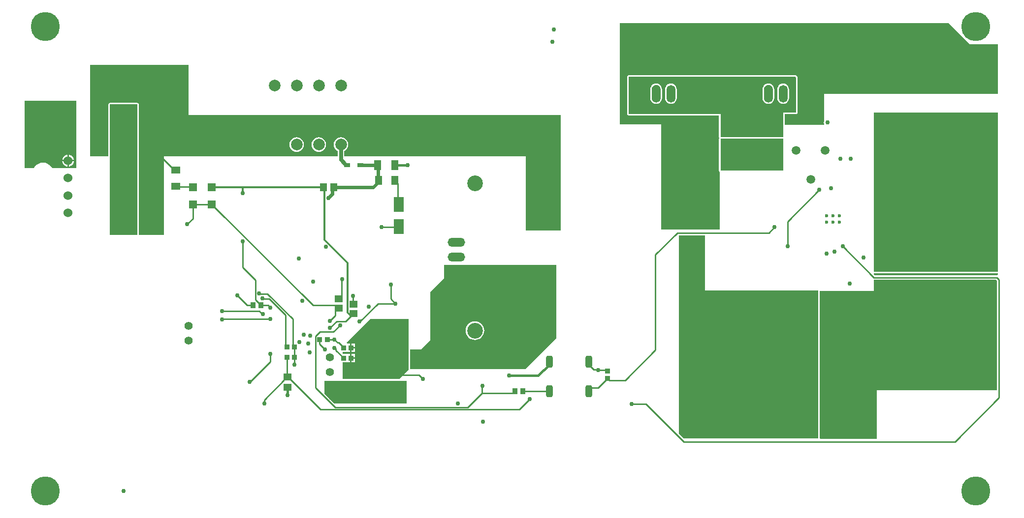
<source format=gbl>
G04*
G04 #@! TF.GenerationSoftware,Altium Limited,Altium Designer,19.0.15 (446)*
G04*
G04 Layer_Physical_Order=4*
G04 Layer_Color=16711680*
%FSLAX25Y25*%
%MOIN*%
G70*
G01*
G75*
%ADD12C,0.01000*%
%ADD13C,0.02362*%
%ADD64C,0.00787*%
%ADD70C,0.04724*%
%ADD76R,0.05512X0.05118*%
%ADD77R,0.04724X0.06496*%
%ADD83R,0.03347X0.03740*%
%ADD87R,0.24410X0.14764*%
%ADD91R,0.03740X0.03347*%
%ADD92R,0.03543X0.03937*%
%ADD98R,0.04528X0.05315*%
%ADD108R,0.03937X0.02559*%
%ADD109C,0.01575*%
%ADD114C,0.01200*%
%ADD115C,0.05906*%
%ADD116C,0.07874*%
%ADD117C,0.10630*%
%ADD118O,0.11811X0.05906*%
%ADD119C,0.06000*%
%ADD120C,0.05512*%
%ADD121O,0.05906X0.07874*%
%ADD122O,0.05906X0.11811*%
%ADD123C,0.09843*%
%ADD124C,0.02362*%
%ADD125C,0.03000*%
%ADD126C,0.19685*%
%ADD127R,0.06496X0.04724*%
%ADD128R,0.05315X0.04528*%
%ADD129R,0.06299X0.13780*%
G04:AMPARAMS|DCode=130|XSize=45mil|YSize=80mil|CornerRadius=11.25mil|HoleSize=0mil|Usage=FLASHONLY|Rotation=0.000|XOffset=0mil|YOffset=0mil|HoleType=Round|Shape=RoundedRectangle|*
%AMROUNDEDRECTD130*
21,1,0.04500,0.05750,0,0,0.0*
21,1,0.02250,0.08000,0,0,0.0*
1,1,0.02250,0.01125,-0.02875*
1,1,0.02250,-0.01125,-0.02875*
1,1,0.02250,-0.01125,0.02875*
1,1,0.02250,0.01125,0.02875*
%
%ADD130ROUNDEDRECTD130*%
%ADD131R,0.10236X0.08858*%
%ADD132R,0.05709X0.05315*%
%ADD133R,0.05118X0.07087*%
%ADD134R,0.06890X0.10039*%
%ADD135C,0.02500*%
G36*
X631192Y337008D02*
X645400Y322800D01*
X664567Y322800D01*
X664567Y288976D01*
X546850Y288976D01*
X546850Y270624D01*
X546664Y269685D01*
X546850Y268746D01*
Y268110D01*
X520232D01*
Y275358D01*
X527953D01*
X528343Y275436D01*
X528674Y275657D01*
X528895Y275988D01*
X528972Y276378D01*
Y300022D01*
X528953Y300120D01*
Y300221D01*
X528914Y300313D01*
X528895Y300412D01*
X528839Y300495D01*
X528800Y300588D01*
X528521Y301007D01*
X528491Y301079D01*
X528471Y301178D01*
X528415Y301261D01*
X528377Y301354D01*
X528306Y301425D01*
X528250Y301508D01*
X528167Y301564D01*
X528096Y301635D01*
X528003Y301674D01*
X527919Y301729D01*
X527821Y301749D01*
X527728Y301787D01*
X527628D01*
X527529Y301807D01*
X414567D01*
X414177Y301729D01*
X413846Y301508D01*
X413625Y301178D01*
X413547Y300787D01*
Y275590D01*
X413625Y275200D01*
X413846Y274870D01*
X414177Y274649D01*
X414567Y274571D01*
X475752D01*
Y259842D01*
X475830Y259452D01*
X475910Y259333D01*
X475830Y259213D01*
X475752Y258823D01*
Y237008D01*
X475830Y236618D01*
X476051Y236287D01*
X476378Y236068D01*
Y197072D01*
X466314Y197072D01*
X436614Y197072D01*
Y268504D01*
X408661Y268504D01*
Y337008D01*
X631192Y337008D01*
D02*
G37*
G36*
X527567Y300600D02*
X527953Y300022D01*
Y276378D01*
X519213D01*
Y259842D01*
X476772D01*
Y275590D01*
X414567D01*
Y300787D01*
X527529D01*
X527567Y300600D01*
D02*
G37*
G36*
X40551Y238937D02*
X24170D01*
X23966Y239319D01*
X23078Y240401D01*
X21996Y241288D01*
X20763Y241948D01*
X19424Y242354D01*
X18032Y242491D01*
X16639Y242354D01*
X15300Y241948D01*
X14067Y241288D01*
X12985Y240401D01*
X12098Y239319D01*
X11893Y238937D01*
X5433D01*
Y284370D01*
X40551D01*
Y238937D01*
D02*
G37*
G36*
X519213Y237008D02*
X476772D01*
Y258823D01*
X519213D01*
Y237008D01*
D02*
G37*
G36*
X116535Y274700D02*
X368504Y274700D01*
Y196457D01*
X344882D01*
Y246850D01*
X222058D01*
Y250331D01*
X222254Y250412D01*
X223285Y251203D01*
X224076Y252235D01*
X224574Y253436D01*
X224743Y254724D01*
X224574Y256013D01*
X224076Y257214D01*
X223285Y258245D01*
X222254Y259037D01*
X221053Y259534D01*
X219764Y259704D01*
X218475Y259534D01*
X217274Y259037D01*
X216243Y258245D01*
X215451Y257214D01*
X214954Y256013D01*
X214784Y254724D01*
X214954Y253436D01*
X215451Y252235D01*
X216243Y251203D01*
X217274Y250412D01*
X217470Y250331D01*
Y246850D01*
X100000D01*
Y193465D01*
X83039D01*
X82909Y193622D01*
Y246850D01*
Y282008D01*
X82832Y282398D01*
X82611Y282729D01*
X82280Y282950D01*
X81890Y283028D01*
X63386D01*
X62996Y282950D01*
X62665Y282729D01*
X62444Y282398D01*
X62366Y282008D01*
Y246850D01*
X50000D01*
Y308661D01*
X116535D01*
Y274700D01*
D02*
G37*
G36*
X81890Y193622D02*
X63386D01*
Y282008D01*
X81890D01*
Y193622D01*
D02*
G37*
G36*
X664534Y168342D02*
X580725D01*
X580676Y168383D01*
X580676Y276338D01*
X664534Y276338D01*
X664534Y168342D01*
D02*
G37*
G36*
X664567Y166511D02*
X663967Y166059D01*
X663779Y166096D01*
X581342D01*
X580716Y166723D01*
X580725Y167323D01*
X664567D01*
Y166511D01*
D02*
G37*
G36*
X365748Y123622D02*
X344488Y102362D01*
X266669D01*
Y115748D01*
X274016D01*
X280315Y122047D01*
Y154921D01*
X289567Y164173D01*
Y173228D01*
X365748D01*
X365748Y123622D01*
D02*
G37*
G36*
X265650Y101972D02*
X259347Y95669D01*
X220866Y95669D01*
Y106989D01*
X226075D01*
Y109859D01*
Y112729D01*
X220946D01*
X220866Y112810D01*
Y114093D01*
X226075D01*
Y116963D01*
Y119833D01*
X223766D01*
X223537Y120387D01*
X239764Y136614D01*
X265650D01*
Y101972D01*
D02*
G37*
G36*
X264173Y79176D02*
X215373D01*
X208661Y85887D01*
Y94488D01*
X264173D01*
Y79176D01*
D02*
G37*
G36*
X466142Y155905D02*
X542913Y155905D01*
X542913Y55512D01*
X451769Y55512D01*
X448425Y58856D01*
Y193307D01*
X466142D01*
X466142Y155905D01*
D02*
G37*
G36*
X663825Y162359D02*
Y88189D01*
X582677D01*
Y55189D01*
X544399Y55189D01*
X543933Y55789D01*
X543933Y155599D01*
X580709D01*
Y163038D01*
X663146D01*
X663825Y162359D01*
D02*
G37*
%LPC*%
G36*
X519213Y296209D02*
X518181Y296074D01*
X517219Y295675D01*
X516394Y295042D01*
X515760Y294216D01*
X515362Y293254D01*
X515226Y292222D01*
Y286317D01*
X515362Y285285D01*
X515760Y284324D01*
X516394Y283498D01*
X517219Y282864D01*
X518181Y282466D01*
X519213Y282330D01*
X520245Y282466D01*
X521206Y282864D01*
X522032Y283498D01*
X522665Y284324D01*
X523064Y285285D01*
X523200Y286317D01*
Y292222D01*
X523064Y293254D01*
X522665Y294216D01*
X522032Y295042D01*
X521206Y295675D01*
X520245Y296074D01*
X519213Y296209D01*
D02*
G37*
G36*
X509213D02*
X508181Y296074D01*
X507219Y295675D01*
X506393Y295042D01*
X505760Y294216D01*
X505362Y293254D01*
X505226Y292222D01*
Y286317D01*
X505362Y285285D01*
X505760Y284324D01*
X506393Y283498D01*
X507219Y282864D01*
X508181Y282466D01*
X509213Y282330D01*
X510245Y282466D01*
X511206Y282864D01*
X512032Y283498D01*
X512665Y284324D01*
X513064Y285285D01*
X513200Y286317D01*
Y292222D01*
X513064Y293254D01*
X512665Y294216D01*
X512032Y295042D01*
X511206Y295675D01*
X510245Y296074D01*
X509213Y296209D01*
D02*
G37*
G36*
X443213D02*
X442181Y296074D01*
X441219Y295675D01*
X440393Y295042D01*
X439760Y294216D01*
X439362Y293254D01*
X439226Y292222D01*
Y286317D01*
X439362Y285285D01*
X439760Y284324D01*
X440393Y283498D01*
X441219Y282864D01*
X442181Y282466D01*
X443213Y282330D01*
X444244Y282466D01*
X445206Y282864D01*
X446032Y283498D01*
X446665Y284324D01*
X447064Y285285D01*
X447199Y286317D01*
Y292222D01*
X447064Y293254D01*
X446665Y294216D01*
X446032Y295042D01*
X445206Y295675D01*
X444244Y296074D01*
X443213Y296209D01*
D02*
G37*
G36*
X433213D02*
X432181Y296074D01*
X431219Y295675D01*
X430394Y295042D01*
X429760Y294216D01*
X429362Y293254D01*
X429226Y292222D01*
Y286317D01*
X429362Y285285D01*
X429760Y284324D01*
X430394Y283498D01*
X431219Y282864D01*
X432181Y282466D01*
X433213Y282330D01*
X434244Y282466D01*
X435206Y282864D01*
X436032Y283498D01*
X436665Y284324D01*
X437064Y285285D01*
X437199Y286317D01*
Y292222D01*
X437064Y293254D01*
X436665Y294216D01*
X436032Y295042D01*
X435206Y295675D01*
X434244Y296074D01*
X433213Y296209D01*
D02*
G37*
%LPD*%
G36*
X509978Y295080D02*
X510692Y294785D01*
X511305Y294315D01*
X511775Y293702D01*
X512070Y292988D01*
X512180Y292156D01*
Y286384D01*
X512070Y285551D01*
X511775Y284838D01*
X511305Y284225D01*
X510692Y283755D01*
X509978Y283459D01*
X509213Y283359D01*
X508447Y283459D01*
X507733Y283755D01*
X507121Y284225D01*
X506650Y284838D01*
X506355Y285551D01*
X506245Y286384D01*
Y292156D01*
X506355Y292988D01*
X506650Y293702D01*
X507121Y294315D01*
X507733Y294785D01*
X508447Y295080D01*
X509213Y295181D01*
X509978Y295080D01*
D02*
G37*
G36*
X433978D02*
X434692Y294785D01*
X435305Y294315D01*
X435775Y293702D01*
X436070Y292988D01*
X436180Y292156D01*
Y286384D01*
X436070Y285551D01*
X435775Y284838D01*
X435305Y284225D01*
X434692Y283755D01*
X433978Y283459D01*
X433213Y283359D01*
X432447Y283459D01*
X431733Y283755D01*
X431121Y284225D01*
X430651Y284838D01*
X430355Y285551D01*
X430245Y286384D01*
Y292156D01*
X430355Y292988D01*
X430651Y293702D01*
X431121Y294315D01*
X431733Y294785D01*
X432447Y295080D01*
X433213Y295181D01*
X433978Y295080D01*
D02*
G37*
%LPC*%
G36*
X35539Y247788D02*
Y244319D01*
X39008D01*
X38936Y244863D01*
X38533Y245836D01*
X37892Y246672D01*
X37057Y247313D01*
X36084Y247716D01*
X35539Y247788D01*
D02*
G37*
G36*
X34539D02*
X33995Y247716D01*
X33022Y247313D01*
X32186Y246672D01*
X31545Y245836D01*
X31142Y244863D01*
X31071Y244319D01*
X34539D01*
Y247788D01*
D02*
G37*
G36*
X39008Y243319D02*
X35539D01*
Y239850D01*
X36084Y239922D01*
X37057Y240325D01*
X37892Y240966D01*
X38533Y241802D01*
X38936Y242775D01*
X39008Y243319D01*
D02*
G37*
G36*
X34539D02*
X31071D01*
X31142Y242775D01*
X31545Y241802D01*
X32186Y240966D01*
X33022Y240325D01*
X33995Y239922D01*
X34539Y239850D01*
Y243319D01*
D02*
G37*
G36*
X204764Y259704D02*
X203475Y259534D01*
X202274Y259037D01*
X201243Y258245D01*
X200451Y257214D01*
X199954Y256013D01*
X199784Y254724D01*
X199954Y253436D01*
X200451Y252235D01*
X201243Y251203D01*
X202274Y250412D01*
X203475Y249915D01*
X204764Y249745D01*
X206053Y249915D01*
X207254Y250412D01*
X208285Y251203D01*
X209076Y252235D01*
X209574Y253436D01*
X209743Y254724D01*
X209574Y256013D01*
X209076Y257214D01*
X208285Y258245D01*
X207254Y259037D01*
X206053Y259534D01*
X204764Y259704D01*
D02*
G37*
G36*
X189764D02*
X188475Y259534D01*
X187274Y259037D01*
X186243Y258245D01*
X185451Y257214D01*
X184954Y256013D01*
X184784Y254724D01*
X184954Y253436D01*
X185451Y252235D01*
X186243Y251203D01*
X187274Y250412D01*
X188475Y249915D01*
X189764Y249745D01*
X191053Y249915D01*
X192254Y250412D01*
X193285Y251203D01*
X194076Y252235D01*
X194574Y253436D01*
X194743Y254724D01*
X194574Y256013D01*
X194076Y257214D01*
X193285Y258245D01*
X192254Y259037D01*
X191053Y259534D01*
X189764Y259704D01*
D02*
G37*
G36*
X310434Y134927D02*
X309196Y134806D01*
X308005Y134444D01*
X306908Y133858D01*
X305947Y133069D01*
X305158Y132107D01*
X304571Y131010D01*
X304210Y129820D01*
X304088Y128582D01*
X304210Y127344D01*
X304571Y126154D01*
X305158Y125057D01*
X305947Y124095D01*
X306908Y123306D01*
X308005Y122719D01*
X309196Y122358D01*
X310434Y122236D01*
X311672Y122358D01*
X312862Y122719D01*
X313959Y123306D01*
X314921Y124095D01*
X315710Y125057D01*
X316296Y126154D01*
X316657Y127344D01*
X316779Y128582D01*
X316657Y129820D01*
X316296Y131010D01*
X315710Y132107D01*
X314921Y133069D01*
X313959Y133858D01*
X312862Y134444D01*
X311672Y134806D01*
X310434Y134927D01*
D02*
G37*
G36*
X229248Y119833D02*
X227075D01*
Y117463D01*
X229248D01*
Y119833D01*
D02*
G37*
G36*
Y116463D02*
X227075D01*
Y114093D01*
X229248D01*
Y116463D01*
D02*
G37*
G36*
Y112729D02*
X227075D01*
Y110359D01*
X229248D01*
Y112729D01*
D02*
G37*
G36*
Y109359D02*
X227075D01*
Y106989D01*
X229248D01*
Y109359D01*
D02*
G37*
%LPD*%
D12*
X96973Y247496D02*
X106910Y237559D01*
X94158Y247496D02*
X96973D01*
X92520Y249134D02*
X94158Y247496D01*
X106910Y237559D02*
X107795D01*
X340445Y74976D02*
X347638Y82169D01*
X206028Y74976D02*
X340445D01*
X183858Y97146D02*
X206028Y74976D01*
X447634Y194882D02*
X509449D01*
X432729Y179977D02*
X447634Y194882D01*
X432729Y115506D02*
Y179977D01*
X509449Y194882D02*
X513386Y198819D01*
X412152Y94929D02*
X432729Y115506D01*
X400197Y96102D02*
X400394D01*
X315172Y86169D02*
Y90872D01*
X399646Y101969D02*
X400394Y101221D01*
X393857Y101969D02*
X399646D01*
X393521Y102304D02*
X393857Y101969D01*
X390857Y102304D02*
X393521D01*
X387524Y105637D02*
X390857Y102304D01*
X387524Y105637D02*
Y107387D01*
X393857Y89762D02*
X400197Y96102D01*
X389226Y89762D02*
X393857D01*
X387524Y88060D02*
X389226Y89762D01*
X343065Y87387D02*
X361024D01*
X342815Y87638D02*
X343065Y87387D01*
X387524D02*
Y88060D01*
X401567Y94929D02*
X412152D01*
X400394Y96102D02*
X401567Y94929D01*
X315172Y86169D02*
X336228D01*
X337500Y87441D01*
Y87638D01*
X315172Y90872D02*
X315500Y91200D01*
X503695Y266968D02*
X506693Y263970D01*
X496850Y266968D02*
X503695D01*
X202542Y89844D02*
Y124767D01*
Y89844D02*
X215810Y76576D01*
X305710D02*
X315172Y86038D01*
X215810Y76576D02*
X305710D01*
X156299Y145669D02*
X160138D01*
X149606Y152362D02*
X156299Y145669D01*
X165453D02*
X165468Y145654D01*
X161770Y149352D02*
X165453Y145669D01*
X165468Y145654D02*
X170448D01*
X161770Y149352D02*
Y162953D01*
X170448Y145654D02*
X171801Y144301D01*
X227952Y146851D02*
Y152150D01*
X244882Y146850D02*
X256693D01*
X253543Y150000D02*
X256693Y146850D01*
X202542Y124767D02*
X205490Y127715D01*
X132173Y214272D02*
X132370D01*
X119575D02*
X132173D01*
X115748Y200787D02*
X119575Y204614D01*
Y214272D01*
X215354Y116929D02*
X215817D01*
X216403Y116343D01*
X260236Y98425D02*
X272441D01*
X275197Y95669D01*
X522244Y185827D02*
Y202559D01*
X543701Y224016D01*
X253543Y150000D02*
Y159843D01*
X247244Y198819D02*
X258681D01*
X222876Y134883D02*
X228150Y140157D01*
X256299Y230315D02*
X258161Y228453D01*
Y215087D02*
Y228453D01*
Y215087D02*
X259055Y214193D01*
X167766Y79161D02*
X167891Y79035D01*
X167766Y79161D02*
Y81447D01*
X181307Y94988D01*
Y95382D01*
X183071Y97146D01*
X183465D01*
X188189Y105512D02*
X188386Y105709D01*
Y110531D01*
X157874Y93701D02*
X158268D01*
X171925Y107358D01*
Y112721D01*
X153150Y171573D02*
Y189064D01*
Y171573D02*
X161770Y162953D01*
X182095Y118643D02*
Y139165D01*
X171249Y150011D02*
X182095Y139165D01*
X167115Y150011D02*
X171249D01*
X187213Y118643D02*
Y136409D01*
X170068Y153554D02*
X187213Y136409D01*
X164753Y153554D02*
X170068D01*
X210433Y122441D02*
X215354D01*
X217476Y120320D02*
X218297D01*
X215354Y122441D02*
X217476Y120320D01*
X216403Y115110D02*
Y116343D01*
X210433Y122441D02*
X210433Y122441D01*
X227952Y146851D02*
X228346Y146457D01*
X216773Y134883D02*
X222876D01*
X228150Y140157D02*
X228346D01*
X212205Y130315D02*
X216773Y134883D01*
X220472Y163386D02*
Y163739D01*
X220366Y163846D02*
X220472Y163739D01*
X232284Y134646D02*
X232678D01*
X214723Y127715D02*
X219291Y132283D01*
X205490Y127715D02*
X214723D01*
X139370Y136221D02*
X139567Y136417D01*
X166732Y150394D02*
X167115Y150011D01*
X164557Y141732D02*
X166388Y139901D01*
X232678Y134646D02*
X244882Y146850D01*
X559449Y185827D02*
X580709Y164567D01*
X663779D01*
X665354Y162992D01*
Y83071D02*
Y162992D01*
X635433Y53150D02*
X665354Y83071D01*
X451968Y53150D02*
X635433D01*
X183465Y97146D02*
X183858D01*
X506693Y263386D02*
Y263970D01*
X208884Y115919D02*
X209055D01*
X205315Y119488D02*
X208884Y115919D01*
X139370Y141732D02*
X164557D01*
X139567Y136417D02*
X171850D01*
X166388Y139901D02*
X166929D01*
X218110Y150000D02*
X218307D01*
X220366Y152059D02*
Y163846D01*
X218307Y150000D02*
X220366Y152059D01*
X205315Y119488D02*
Y122441D01*
X218297Y120320D02*
X221457Y117159D01*
X200882Y145760D02*
X215854D01*
X217913Y143701D01*
X132370Y214272D02*
X200882Y145760D01*
X258681Y198819D02*
X259055Y199193D01*
X164370Y153937D02*
X164753Y153554D01*
X187213Y118643D02*
X188386Y117470D01*
X182095Y118643D02*
X183268Y117470D01*
X416535Y78740D02*
X426378D01*
X451968Y53150D01*
X183268Y97342D02*
X183465Y97146D01*
X183268Y97342D02*
Y110531D01*
X188386D02*
Y117470D01*
X171850Y136417D02*
X172047Y136614D01*
X216403Y115110D02*
X221457Y110056D01*
Y109859D02*
Y110056D01*
Y116963D02*
Y117159D01*
X212205Y135039D02*
X215854Y138689D01*
Y141642D01*
X217913Y143701D01*
X119476Y225984D02*
X119575Y225886D01*
X106693Y225984D02*
X119476D01*
D13*
X211417Y218503D02*
Y218676D01*
X213779Y221039D01*
Y224410D01*
X214272Y224902D01*
X214862D01*
Y225886D01*
X227953Y90945D02*
X228133D01*
X227953Y90945D02*
X227953Y90945D01*
X232874Y240945D02*
X244685D01*
X244980Y240650D01*
Y230610D02*
Y240650D01*
Y230610D02*
X245276Y230315D01*
Y229429D02*
Y230315D01*
X241732Y225886D02*
X245276Y229429D01*
X215846Y225886D02*
X241732D01*
X214862Y224902D02*
X215846Y225886D01*
D64*
X240941Y129118D02*
D03*
X245075Y122819D02*
D03*
Y125969D02*
D03*
Y129118D02*
D03*
Y132268D02*
D03*
Y135417D02*
D03*
X249760D02*
D03*
Y132268D02*
D03*
Y129118D02*
D03*
Y125969D02*
D03*
Y122819D02*
D03*
X254445D02*
D03*
Y125969D02*
D03*
Y129118D02*
D03*
Y132268D02*
D03*
Y135417D02*
D03*
X259130D02*
D03*
Y132268D02*
D03*
Y129118D02*
D03*
Y125969D02*
D03*
Y122819D02*
D03*
X263264Y129118D02*
D03*
D70*
X641732Y114862D02*
D03*
X644882Y209473D02*
D03*
D76*
X228346Y146457D02*
D03*
Y140157D02*
D03*
X218110Y143701D02*
D03*
Y150000D02*
D03*
D77*
X245276Y230315D02*
D03*
X256299D02*
D03*
D83*
X210433Y122441D02*
D03*
X205315D02*
D03*
X221457Y116963D02*
D03*
X226575D02*
D03*
X221457Y109859D02*
D03*
X226575D02*
D03*
X188386Y110531D02*
D03*
X183268D02*
D03*
X183268Y117470D02*
D03*
X188386D02*
D03*
D87*
X252102Y129118D02*
D03*
D91*
X400394Y101221D02*
D03*
Y96102D02*
D03*
D92*
X160138Y145669D02*
D03*
X165453D02*
D03*
X337500Y87638D02*
D03*
X342815D02*
D03*
D98*
X214862Y225886D02*
D03*
X207972D02*
D03*
D108*
X223819Y240945D02*
D03*
X232874D02*
D03*
D109*
X333465Y98032D02*
X353418D01*
X361024Y105637D01*
Y107387D01*
X256102Y240945D02*
X264961D01*
X183465Y84646D02*
Y90256D01*
D114*
X153150Y225886D02*
X207972D01*
X132173D02*
X153150D01*
Y221654D02*
Y225886D01*
X208717Y189983D02*
X224391Y174310D01*
X208717Y189983D02*
Y225141D01*
X207972Y225886D02*
X208717Y225141D01*
X226378Y138189D02*
Y138818D01*
X224391Y140805D02*
X226378Y138818D01*
X224391Y140805D02*
Y174310D01*
D115*
X537795Y231102D02*
D03*
X527953Y250787D02*
D03*
X547638D02*
D03*
D116*
X219764Y294724D02*
D03*
Y254724D02*
D03*
X189764Y294724D02*
D03*
X204764D02*
D03*
Y254724D02*
D03*
X189764D02*
D03*
X174764Y294724D02*
D03*
Y254724D02*
D03*
D117*
X310434Y128582D02*
D03*
Y228582D02*
D03*
D118*
X298031Y168583D02*
D03*
Y178583D02*
D03*
Y188583D02*
D03*
D119*
X35039Y243819D02*
D03*
Y232008D02*
D03*
Y220197D02*
D03*
Y208386D02*
D03*
D120*
X116535Y121653D02*
D03*
Y131653D02*
D03*
X212158Y100630D02*
D03*
Y110630D02*
D03*
D121*
X92520Y249134D02*
D03*
X72835D02*
D03*
D122*
X519213Y289270D02*
D03*
X509213D02*
D03*
X499213D02*
D03*
X423213D02*
D03*
X433213D02*
D03*
X443213D02*
D03*
D123*
X457054Y245655D02*
D03*
Y225655D02*
D03*
Y205655D02*
D03*
Y185654D02*
D03*
Y165655D02*
D03*
Y145654D02*
D03*
Y125654D02*
D03*
X357054D02*
D03*
Y145654D02*
D03*
Y165655D02*
D03*
Y205655D02*
D03*
Y225655D02*
D03*
Y245655D02*
D03*
D124*
X548425Y202165D02*
D03*
Y206496D02*
D03*
X552756Y202165D02*
D03*
Y206496D02*
D03*
X557087Y202165D02*
D03*
Y206496D02*
D03*
D125*
X393857Y101969D02*
D03*
X347638Y82169D02*
D03*
X356693Y136221D02*
D03*
X348819Y167717D02*
D03*
Y159843D02*
D03*
Y151969D02*
D03*
Y144095D02*
D03*
Y136221D02*
D03*
Y128347D02*
D03*
Y120473D02*
D03*
Y112599D02*
D03*
X340945Y167717D02*
D03*
Y159843D02*
D03*
Y151969D02*
D03*
Y144095D02*
D03*
Y136221D02*
D03*
Y128347D02*
D03*
Y120473D02*
D03*
Y112599D02*
D03*
Y104725D02*
D03*
X333071Y167717D02*
D03*
Y159843D02*
D03*
Y151969D02*
D03*
Y144095D02*
D03*
Y136221D02*
D03*
Y128347D02*
D03*
Y120473D02*
D03*
Y112599D02*
D03*
Y104725D02*
D03*
X325197Y167717D02*
D03*
Y159843D02*
D03*
Y151969D02*
D03*
Y144095D02*
D03*
Y136221D02*
D03*
Y128347D02*
D03*
Y120473D02*
D03*
Y112599D02*
D03*
Y104725D02*
D03*
X317323Y167717D02*
D03*
Y159843D02*
D03*
Y151969D02*
D03*
Y144095D02*
D03*
Y136221D02*
D03*
Y120473D02*
D03*
Y112599D02*
D03*
Y104725D02*
D03*
X309449Y167717D02*
D03*
Y159843D02*
D03*
Y151969D02*
D03*
Y144095D02*
D03*
Y120473D02*
D03*
Y112599D02*
D03*
Y104725D02*
D03*
X301575Y159843D02*
D03*
Y151969D02*
D03*
Y144095D02*
D03*
Y136221D02*
D03*
Y128347D02*
D03*
Y120473D02*
D03*
Y112599D02*
D03*
Y104725D02*
D03*
X293701Y159843D02*
D03*
Y151969D02*
D03*
Y144095D02*
D03*
Y136221D02*
D03*
Y128347D02*
D03*
Y120473D02*
D03*
Y112599D02*
D03*
Y104725D02*
D03*
X285827Y151969D02*
D03*
Y144095D02*
D03*
Y136221D02*
D03*
Y128347D02*
D03*
Y120473D02*
D03*
Y112599D02*
D03*
Y104725D02*
D03*
X277953Y112599D02*
D03*
Y104725D02*
D03*
X270079Y112599D02*
D03*
Y104725D02*
D03*
X315500Y91200D02*
D03*
X72500Y19900D02*
D03*
X553544Y112599D02*
D03*
X548610Y180917D02*
D03*
X191732Y120866D02*
D03*
X149606Y152362D02*
D03*
X537796Y285827D02*
D03*
X545670Y317323D02*
D03*
X537796D02*
D03*
X443307Y309449D02*
D03*
Y317323D02*
D03*
X419685Y309449D02*
D03*
X427559D02*
D03*
X498425D02*
D03*
Y317323D02*
D03*
X514174Y309449D02*
D03*
X522048D02*
D03*
Y317323D02*
D03*
X529922Y270079D02*
D03*
X227952Y152150D02*
D03*
X256693Y146850D02*
D03*
X198425Y113779D02*
D03*
X115748Y200787D02*
D03*
X153150Y221654D02*
D03*
X198819Y125197D02*
D03*
X215354Y122441D02*
D03*
Y116929D02*
D03*
X275197Y95669D02*
D03*
X549213Y269685D02*
D03*
X522244Y185827D02*
D03*
X543701Y224016D02*
D03*
X513386Y198819D02*
D03*
X253543Y159843D02*
D03*
X247244Y198819D02*
D03*
X211417Y218503D02*
D03*
X167891Y79035D02*
D03*
X188189Y105512D02*
D03*
X157874Y93701D02*
D03*
X171925Y112721D02*
D03*
X153150Y189064D02*
D03*
X166929Y139901D02*
D03*
X209449Y185433D02*
D03*
X191339Y177551D02*
D03*
X220472Y163386D02*
D03*
X232284Y134646D02*
D03*
X219291Y132283D02*
D03*
X172047Y136614D02*
D03*
X171801Y144301D02*
D03*
X166732Y150394D02*
D03*
X238583Y144882D02*
D03*
X561418Y112599D02*
D03*
X553544Y120473D02*
D03*
X561418D02*
D03*
X537796Y151969D02*
D03*
X553544Y144095D02*
D03*
X537796D02*
D03*
X529922D02*
D03*
X522048Y151969D02*
D03*
Y144095D02*
D03*
X529922Y151969D02*
D03*
X553544D02*
D03*
X608662Y128347D02*
D03*
Y104725D02*
D03*
X600788Y144095D02*
D03*
X624410Y128347D02*
D03*
X608662Y112599D02*
D03*
X561418Y128347D02*
D03*
X569292Y81103D02*
D03*
X592914Y128347D02*
D03*
X648032Y136221D02*
D03*
X592914Y112599D02*
D03*
X608662Y151969D02*
D03*
X569292Y73228D02*
D03*
X585040Y96851D02*
D03*
X592914Y104725D02*
D03*
X553544Y136221D02*
D03*
X561418Y57480D02*
D03*
X577166Y81103D02*
D03*
X655906Y144095D02*
D03*
X585040Y104725D02*
D03*
X553544Y65354D02*
D03*
Y73228D02*
D03*
X577166Y112599D02*
D03*
X585040Y144095D02*
D03*
X655906Y136221D02*
D03*
X577166D02*
D03*
X553544Y81103D02*
D03*
X569292Y57480D02*
D03*
X545670Y88977D02*
D03*
X498425Y238583D02*
D03*
X600788Y120473D02*
D03*
X577166Y65354D02*
D03*
X624410Y144095D02*
D03*
X561418Y96851D02*
D03*
X506299Y246457D02*
D03*
X585040Y136221D02*
D03*
X600788Y151969D02*
D03*
X553544Y104725D02*
D03*
X624410D02*
D03*
X616536Y120473D02*
D03*
X569292Y88977D02*
D03*
X616536Y128347D02*
D03*
X482678Y254331D02*
D03*
X561418Y136221D02*
D03*
X608662Y120473D02*
D03*
X592914D02*
D03*
X577166Y144095D02*
D03*
X482678Y246457D02*
D03*
X592914Y151969D02*
D03*
X616536Y104725D02*
D03*
X577166Y151969D02*
D03*
X655906Y128347D02*
D03*
X553544Y57480D02*
D03*
X577166Y120473D02*
D03*
X616536Y112599D02*
D03*
X569292D02*
D03*
X600788Y128347D02*
D03*
X608662Y136221D02*
D03*
X624410D02*
D03*
X506299Y238583D02*
D03*
X600788Y96851D02*
D03*
X569292Y120473D02*
D03*
X553544Y96851D02*
D03*
X655906D02*
D03*
X553544Y128347D02*
D03*
X545670Y57480D02*
D03*
X632284Y144095D02*
D03*
X514174Y238583D02*
D03*
X640158Y136221D02*
D03*
X561418Y65354D02*
D03*
X545670Y81103D02*
D03*
X569292Y144095D02*
D03*
X655906Y151969D02*
D03*
X569292Y136221D02*
D03*
X577166Y128347D02*
D03*
X545670Y65354D02*
D03*
X592914Y144095D02*
D03*
X585040Y128347D02*
D03*
X624410Y151969D02*
D03*
X561418Y81103D02*
D03*
X514174Y254331D02*
D03*
X569292Y65354D02*
D03*
X561418Y88977D02*
D03*
X585040Y151969D02*
D03*
X592914Y96851D02*
D03*
X616536Y144095D02*
D03*
X608662Y96851D02*
D03*
X569292D02*
D03*
X577166Y73228D02*
D03*
X561418Y144095D02*
D03*
X600788Y112599D02*
D03*
X490552Y238583D02*
D03*
X632284Y96851D02*
D03*
X616536D02*
D03*
X632284Y159843D02*
D03*
X514174Y246457D02*
D03*
X561418Y104725D02*
D03*
X553544Y88977D02*
D03*
X624410Y96851D02*
D03*
X585040Y112599D02*
D03*
X632284Y151969D02*
D03*
X648032Y96851D02*
D03*
X585040Y120473D02*
D03*
X592914Y136221D02*
D03*
X561418Y73228D02*
D03*
X616536Y151969D02*
D03*
X577166Y88977D02*
D03*
Y104725D02*
D03*
X655906Y159843D02*
D03*
X545670Y73228D02*
D03*
X569292Y104725D02*
D03*
X600788D02*
D03*
X569292Y128347D02*
D03*
X577166Y96851D02*
D03*
X600788Y136221D02*
D03*
X482678Y238583D02*
D03*
X616536Y136221D02*
D03*
X506299Y254331D02*
D03*
X569292Y151969D02*
D03*
X632284Y136221D02*
D03*
X561418Y151969D02*
D03*
X608662Y144095D02*
D03*
X35827Y277953D02*
D03*
Y272047D02*
D03*
Y266142D02*
D03*
Y260236D02*
D03*
Y254331D02*
D03*
X29921Y277953D02*
D03*
Y272047D02*
D03*
Y266142D02*
D03*
Y260236D02*
D03*
Y254331D02*
D03*
Y248425D02*
D03*
X24016Y260236D02*
D03*
Y254331D02*
D03*
Y248425D02*
D03*
Y242520D02*
D03*
X18110Y260236D02*
D03*
Y254331D02*
D03*
Y248425D02*
D03*
X12205Y260236D02*
D03*
Y254331D02*
D03*
Y248425D02*
D03*
Y242520D02*
D03*
X260236Y88976D02*
D03*
Y83071D02*
D03*
X254331Y88976D02*
D03*
Y83071D02*
D03*
X248425Y88976D02*
D03*
Y83071D02*
D03*
X242520Y88976D02*
D03*
Y83071D02*
D03*
X236614Y88976D02*
D03*
Y83071D02*
D03*
X230709D02*
D03*
X224803D02*
D03*
X218898Y88976D02*
D03*
Y83071D02*
D03*
X212992Y88976D02*
D03*
Y83071D02*
D03*
X356693Y270079D02*
D03*
Y262205D02*
D03*
Y254331D02*
D03*
Y214961D02*
D03*
X348819Y270079D02*
D03*
Y262205D02*
D03*
Y254331D02*
D03*
Y246457D02*
D03*
Y238583D02*
D03*
Y230709D02*
D03*
Y222835D02*
D03*
Y214961D02*
D03*
Y207087D02*
D03*
Y199213D02*
D03*
X340945Y270079D02*
D03*
Y262205D02*
D03*
Y254331D02*
D03*
X333071Y270079D02*
D03*
Y262205D02*
D03*
Y254331D02*
D03*
X325197Y270079D02*
D03*
Y262205D02*
D03*
X317323Y270079D02*
D03*
Y262205D02*
D03*
X309449Y270079D02*
D03*
Y262205D02*
D03*
X301575Y270079D02*
D03*
Y262205D02*
D03*
X293701Y270079D02*
D03*
Y262205D02*
D03*
X285827Y270079D02*
D03*
Y262205D02*
D03*
Y254331D02*
D03*
X277953Y270079D02*
D03*
Y262205D02*
D03*
Y254331D02*
D03*
X270079Y270079D02*
D03*
Y262205D02*
D03*
Y254331D02*
D03*
X262205Y270079D02*
D03*
Y262205D02*
D03*
Y254331D02*
D03*
X254331Y270079D02*
D03*
Y262205D02*
D03*
Y254331D02*
D03*
X246457Y270079D02*
D03*
Y262205D02*
D03*
Y254331D02*
D03*
X238583Y270079D02*
D03*
Y262205D02*
D03*
Y254331D02*
D03*
X230709Y270079D02*
D03*
Y262205D02*
D03*
Y254331D02*
D03*
X222835Y270079D02*
D03*
Y262205D02*
D03*
X214961Y270079D02*
D03*
Y262205D02*
D03*
X207087Y270079D02*
D03*
Y262205D02*
D03*
X199213Y270079D02*
D03*
Y262205D02*
D03*
X191339Y270079D02*
D03*
Y262205D02*
D03*
X183465Y270079D02*
D03*
Y262205D02*
D03*
Y254331D02*
D03*
X175591Y270079D02*
D03*
Y262205D02*
D03*
X167717Y270079D02*
D03*
Y262205D02*
D03*
Y254331D02*
D03*
X159843Y270079D02*
D03*
Y262205D02*
D03*
Y254331D02*
D03*
X151969Y270079D02*
D03*
Y262205D02*
D03*
Y254331D02*
D03*
X144095Y270079D02*
D03*
Y262205D02*
D03*
Y254331D02*
D03*
X136221Y270079D02*
D03*
Y262205D02*
D03*
Y254331D02*
D03*
X128347Y270079D02*
D03*
Y262205D02*
D03*
Y254331D02*
D03*
X120473Y270079D02*
D03*
Y262205D02*
D03*
Y254331D02*
D03*
X112599Y301575D02*
D03*
Y293701D02*
D03*
Y285827D02*
D03*
Y277953D02*
D03*
Y270079D02*
D03*
Y262205D02*
D03*
Y254331D02*
D03*
X104725Y301575D02*
D03*
Y293701D02*
D03*
Y285827D02*
D03*
Y277953D02*
D03*
Y270079D02*
D03*
Y262205D02*
D03*
Y254331D02*
D03*
X96851Y301575D02*
D03*
Y293701D02*
D03*
Y285827D02*
D03*
Y277953D02*
D03*
Y270079D02*
D03*
Y262205D02*
D03*
X88977Y301575D02*
D03*
Y293701D02*
D03*
Y285827D02*
D03*
X81103Y301575D02*
D03*
Y293701D02*
D03*
Y285827D02*
D03*
X73228Y301575D02*
D03*
Y293701D02*
D03*
Y285827D02*
D03*
X65354D02*
D03*
X57480D02*
D03*
Y277953D02*
D03*
Y270079D02*
D03*
Y262205D02*
D03*
Y254331D02*
D03*
X655906Y270079D02*
D03*
Y262205D02*
D03*
Y254331D02*
D03*
Y246457D02*
D03*
Y238583D02*
D03*
Y230709D02*
D03*
Y191339D02*
D03*
Y183465D02*
D03*
Y175591D02*
D03*
X648032Y270079D02*
D03*
Y262205D02*
D03*
Y254331D02*
D03*
Y230709D02*
D03*
X640158Y270079D02*
D03*
Y262205D02*
D03*
Y254331D02*
D03*
Y230709D02*
D03*
X632284Y270079D02*
D03*
Y262205D02*
D03*
Y254331D02*
D03*
Y230709D02*
D03*
Y191339D02*
D03*
Y175591D02*
D03*
X624410Y270079D02*
D03*
Y262205D02*
D03*
Y254331D02*
D03*
Y230709D02*
D03*
Y214961D02*
D03*
Y207087D02*
D03*
Y199213D02*
D03*
Y191339D02*
D03*
X616536Y270079D02*
D03*
Y262205D02*
D03*
Y254331D02*
D03*
Y230709D02*
D03*
Y222835D02*
D03*
Y214961D02*
D03*
Y207087D02*
D03*
Y199213D02*
D03*
Y191339D02*
D03*
X608662Y270079D02*
D03*
Y262205D02*
D03*
Y254331D02*
D03*
Y230709D02*
D03*
Y222835D02*
D03*
Y214961D02*
D03*
Y207087D02*
D03*
Y199213D02*
D03*
Y191339D02*
D03*
X600788Y270079D02*
D03*
Y262205D02*
D03*
Y254331D02*
D03*
Y230709D02*
D03*
Y222835D02*
D03*
Y214961D02*
D03*
Y207087D02*
D03*
Y199213D02*
D03*
Y191339D02*
D03*
X592914Y270079D02*
D03*
Y262205D02*
D03*
Y254331D02*
D03*
Y246457D02*
D03*
Y238583D02*
D03*
Y230709D02*
D03*
Y222835D02*
D03*
Y214961D02*
D03*
Y207087D02*
D03*
Y199213D02*
D03*
Y191339D02*
D03*
X585040Y270079D02*
D03*
Y262205D02*
D03*
Y254331D02*
D03*
Y246457D02*
D03*
Y238583D02*
D03*
Y214961D02*
D03*
Y207087D02*
D03*
Y191339D02*
D03*
X655906Y317323D02*
D03*
Y309449D02*
D03*
Y301575D02*
D03*
Y293701D02*
D03*
X648032D02*
D03*
X640158D02*
D03*
X632284D02*
D03*
X624410Y325197D02*
D03*
Y293701D02*
D03*
X616536Y325197D02*
D03*
Y293701D02*
D03*
X608662Y325197D02*
D03*
Y293701D02*
D03*
X600788Y325197D02*
D03*
Y293701D02*
D03*
X592914Y325197D02*
D03*
Y317323D02*
D03*
Y309449D02*
D03*
Y301575D02*
D03*
Y293701D02*
D03*
X585040Y325197D02*
D03*
Y317323D02*
D03*
Y309449D02*
D03*
Y301575D02*
D03*
Y293701D02*
D03*
X577166Y325197D02*
D03*
Y317323D02*
D03*
Y309449D02*
D03*
Y301575D02*
D03*
Y293701D02*
D03*
X569292Y325197D02*
D03*
Y317323D02*
D03*
Y309449D02*
D03*
Y301575D02*
D03*
Y293701D02*
D03*
X561418Y325197D02*
D03*
Y317323D02*
D03*
Y309449D02*
D03*
Y301575D02*
D03*
Y293701D02*
D03*
X553544Y325197D02*
D03*
Y317323D02*
D03*
Y309449D02*
D03*
Y301575D02*
D03*
Y293701D02*
D03*
X545670Y325197D02*
D03*
Y309449D02*
D03*
Y293701D02*
D03*
X537796Y325197D02*
D03*
Y309449D02*
D03*
Y293701D02*
D03*
Y270079D02*
D03*
X529922Y325197D02*
D03*
Y317323D02*
D03*
Y309449D02*
D03*
Y301575D02*
D03*
X522048Y325197D02*
D03*
Y270079D02*
D03*
X514174Y325197D02*
D03*
Y317323D02*
D03*
X506299Y325197D02*
D03*
Y317323D02*
D03*
Y309449D02*
D03*
X498425Y325197D02*
D03*
X490552D02*
D03*
Y317323D02*
D03*
Y309449D02*
D03*
X482678Y325197D02*
D03*
Y317323D02*
D03*
Y309449D02*
D03*
X474803Y325197D02*
D03*
Y317323D02*
D03*
Y309449D02*
D03*
Y230709D02*
D03*
Y222835D02*
D03*
Y214961D02*
D03*
Y207087D02*
D03*
Y199213D02*
D03*
X466929Y325197D02*
D03*
Y317323D02*
D03*
Y309449D02*
D03*
Y270079D02*
D03*
Y262205D02*
D03*
Y254331D02*
D03*
Y246457D02*
D03*
Y238583D02*
D03*
Y230709D02*
D03*
Y222835D02*
D03*
Y214961D02*
D03*
Y207087D02*
D03*
Y199213D02*
D03*
X459055Y325197D02*
D03*
Y317323D02*
D03*
Y309449D02*
D03*
Y270079D02*
D03*
Y262205D02*
D03*
Y254331D02*
D03*
Y214961D02*
D03*
X451181Y325197D02*
D03*
Y317323D02*
D03*
Y309449D02*
D03*
Y270079D02*
D03*
Y262205D02*
D03*
Y254331D02*
D03*
Y238583D02*
D03*
Y230709D02*
D03*
Y214961D02*
D03*
Y199213D02*
D03*
X443307Y325197D02*
D03*
Y270079D02*
D03*
Y262205D02*
D03*
Y254331D02*
D03*
Y246457D02*
D03*
Y238583D02*
D03*
Y230709D02*
D03*
Y222835D02*
D03*
Y214961D02*
D03*
Y207087D02*
D03*
Y199213D02*
D03*
X435433Y325197D02*
D03*
Y317323D02*
D03*
Y309449D02*
D03*
Y270079D02*
D03*
X427559Y325197D02*
D03*
Y317323D02*
D03*
Y270079D02*
D03*
X419685Y325197D02*
D03*
Y317323D02*
D03*
Y270079D02*
D03*
X411811Y325197D02*
D03*
Y317323D02*
D03*
Y309449D02*
D03*
Y301575D02*
D03*
Y293701D02*
D03*
Y285827D02*
D03*
Y277953D02*
D03*
Y270079D02*
D03*
X537796Y136221D02*
D03*
Y128347D02*
D03*
Y120473D02*
D03*
Y88977D02*
D03*
Y81103D02*
D03*
Y73228D02*
D03*
Y65354D02*
D03*
Y57480D02*
D03*
X529922Y136221D02*
D03*
Y128347D02*
D03*
Y120473D02*
D03*
Y88977D02*
D03*
Y81103D02*
D03*
Y73228D02*
D03*
Y65354D02*
D03*
Y57480D02*
D03*
X522048Y136221D02*
D03*
Y128347D02*
D03*
Y120473D02*
D03*
Y88977D02*
D03*
Y81103D02*
D03*
Y73228D02*
D03*
Y65354D02*
D03*
Y57480D02*
D03*
X514174Y151969D02*
D03*
Y144095D02*
D03*
Y136221D02*
D03*
Y128347D02*
D03*
Y120473D02*
D03*
Y112599D02*
D03*
Y104725D02*
D03*
Y96851D02*
D03*
Y88977D02*
D03*
Y81103D02*
D03*
Y73228D02*
D03*
Y65354D02*
D03*
Y57480D02*
D03*
X506299Y151969D02*
D03*
Y144095D02*
D03*
Y136221D02*
D03*
Y128347D02*
D03*
Y120473D02*
D03*
Y112599D02*
D03*
Y104725D02*
D03*
Y96851D02*
D03*
Y88977D02*
D03*
Y81103D02*
D03*
Y73228D02*
D03*
Y65354D02*
D03*
Y57480D02*
D03*
X498425Y151969D02*
D03*
Y144095D02*
D03*
Y136221D02*
D03*
Y128347D02*
D03*
Y120473D02*
D03*
Y112599D02*
D03*
Y104725D02*
D03*
Y96851D02*
D03*
Y88977D02*
D03*
Y81103D02*
D03*
Y73228D02*
D03*
Y65354D02*
D03*
Y57480D02*
D03*
X490552Y151969D02*
D03*
Y144095D02*
D03*
Y136221D02*
D03*
Y128347D02*
D03*
Y120473D02*
D03*
Y112599D02*
D03*
Y104725D02*
D03*
Y96851D02*
D03*
Y88977D02*
D03*
Y81103D02*
D03*
Y73228D02*
D03*
Y65354D02*
D03*
Y57480D02*
D03*
X482678Y151969D02*
D03*
Y144095D02*
D03*
Y136221D02*
D03*
Y128347D02*
D03*
Y120473D02*
D03*
Y112599D02*
D03*
Y104725D02*
D03*
Y96851D02*
D03*
Y88977D02*
D03*
Y81103D02*
D03*
Y73228D02*
D03*
Y65354D02*
D03*
Y57480D02*
D03*
X474803Y151969D02*
D03*
Y144095D02*
D03*
Y136221D02*
D03*
Y128347D02*
D03*
Y120473D02*
D03*
Y112599D02*
D03*
Y104725D02*
D03*
Y96851D02*
D03*
Y88977D02*
D03*
Y81103D02*
D03*
Y73228D02*
D03*
Y65354D02*
D03*
Y57480D02*
D03*
X466929Y151969D02*
D03*
Y144095D02*
D03*
Y136221D02*
D03*
Y128347D02*
D03*
Y120473D02*
D03*
Y112599D02*
D03*
Y104725D02*
D03*
Y96851D02*
D03*
Y88977D02*
D03*
Y81103D02*
D03*
Y73228D02*
D03*
Y65354D02*
D03*
Y57480D02*
D03*
X459055Y175591D02*
D03*
Y136221D02*
D03*
Y112599D02*
D03*
Y104725D02*
D03*
Y96851D02*
D03*
Y88977D02*
D03*
Y81103D02*
D03*
Y73228D02*
D03*
Y65354D02*
D03*
Y57480D02*
D03*
X451181Y175591D02*
D03*
Y159843D02*
D03*
Y151969D02*
D03*
Y136221D02*
D03*
Y120473D02*
D03*
Y112599D02*
D03*
Y104725D02*
D03*
Y96851D02*
D03*
Y88977D02*
D03*
Y81103D02*
D03*
Y73228D02*
D03*
Y65354D02*
D03*
X506693Y263386D02*
D03*
X264961Y240945D02*
D03*
X209055Y115919D02*
D03*
X573622Y178209D02*
D03*
X564961Y245276D02*
D03*
X557792Y245179D02*
D03*
X139370Y141732D02*
D03*
Y136221D02*
D03*
X193700Y148819D02*
D03*
X194559Y125654D02*
D03*
X197637Y119685D02*
D03*
X200787Y161811D02*
D03*
X183465Y84646D02*
D03*
X333465Y98032D02*
D03*
X315971Y66929D02*
D03*
X362992Y324410D02*
D03*
X363779Y332677D02*
D03*
X564156Y160433D02*
D03*
X298922Y79176D02*
D03*
X416535Y78740D02*
D03*
X559449Y185827D02*
D03*
X554035Y182283D02*
D03*
X551575Y225197D02*
D03*
X164370Y153937D02*
D03*
X212205Y135039D02*
D03*
Y130315D02*
D03*
D126*
X19685Y334646D02*
D03*
X649606D02*
D03*
Y19685D02*
D03*
X19685D02*
D03*
D127*
X228133Y90945D02*
D03*
Y101969D02*
D03*
X107795Y226535D02*
D03*
Y237559D02*
D03*
D128*
X183465Y97146D02*
D03*
Y90256D02*
D03*
D129*
X73819Y270079D02*
D03*
X89173D02*
D03*
X73976Y236850D02*
D03*
X89331D02*
D03*
X73976Y219213D02*
D03*
X89331D02*
D03*
X73701Y201969D02*
D03*
X89055D02*
D03*
D130*
X387524Y87387D02*
D03*
Y107387D02*
D03*
X361024D02*
D03*
Y87387D02*
D03*
D131*
X496850Y266968D02*
D03*
Y252992D02*
D03*
D132*
X132173Y225886D02*
D03*
Y214272D02*
D03*
X119575Y225886D02*
D03*
Y214272D02*
D03*
D133*
X256102Y240945D02*
D03*
X244685D02*
D03*
D134*
X259055Y199193D02*
D03*
Y214193D02*
D03*
D135*
X223130Y240945D02*
X223819D01*
X219764Y244311D02*
X223130Y240945D01*
X219764Y244311D02*
Y254724D01*
M02*

</source>
